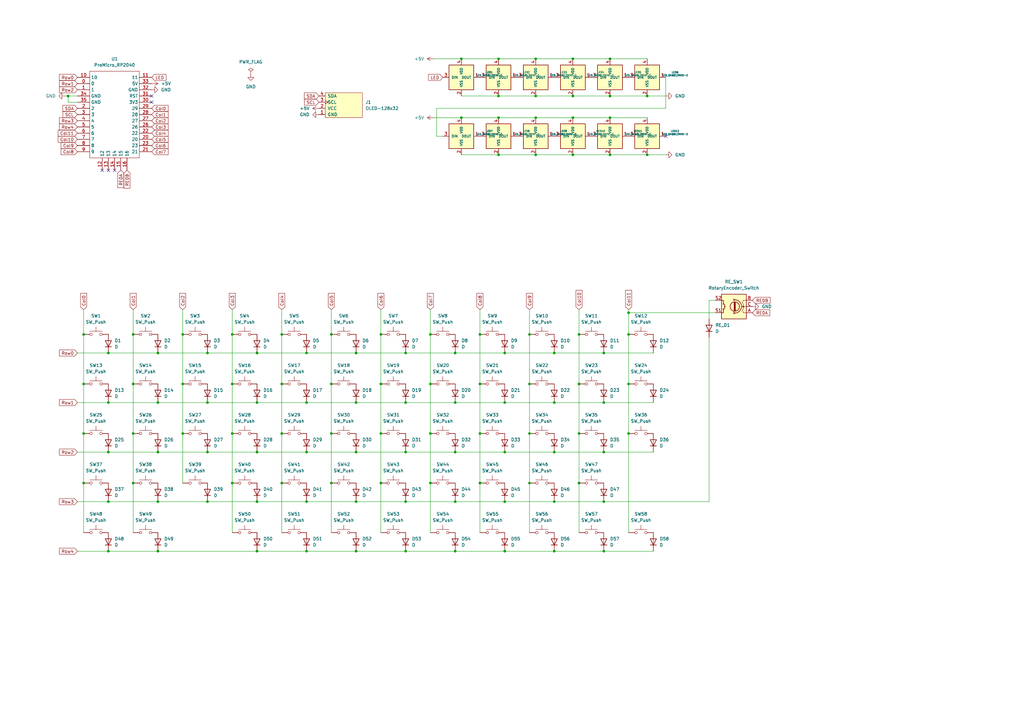
<source format=kicad_sch>
(kicad_sch (version 20230121) (generator eeschema)
  (paper "A3")
  (junction (at 176.53 177.8))
  (junction (at 227.33 185.42))
  (junction (at 257.81 157.48))
  (junction (at 95.25 177.8))
  (junction (at 54.61 137.16))
  (junction (at 250.19 48.26))
  (junction (at 207.01 205.74))
  (junction (at 257.81 137.16))
  (junction (at 115.57 137.16))
  (junction (at 257.81 128.27))
  (junction (at 85.09 205.74))
  (junction (at 44.45 226.06))
  (junction (at 115.57 157.48))
  (junction (at 217.17 157.48))
  (junction (at 166.37 226.06))
  (junction (at 227.33 226.06))
  (junction (at 146.05 226.06))
  (junction (at 95.25 198.12))
  (junction (at 74.93 177.8))
  (junction (at 95.25 137.16))
  (junction (at 156.21 137.16))
  (junction (at 227.33 205.74))
  (junction (at 265.43 63.5))
  (junction (at 115.57 198.12))
  (junction (at 234.95 63.5))
  (junction (at 219.71 48.26))
  (junction (at 217.17 177.8))
  (junction (at 64.77 226.06))
  (junction (at 146.05 185.42))
  (junction (at 176.53 198.12))
  (junction (at 166.37 165.1))
  (junction (at 207.01 165.1))
  (junction (at 247.65 144.78))
  (junction (at 219.71 63.5))
  (junction (at 105.41 185.42))
  (junction (at 196.85 177.8))
  (junction (at 186.69 185.42))
  (junction (at 135.89 137.16))
  (junction (at 217.17 198.12))
  (junction (at 125.73 205.74))
  (junction (at 156.21 157.48))
  (junction (at 105.41 165.1))
  (junction (at 54.61 198.12))
  (junction (at 234.95 39.37))
  (junction (at 166.37 144.78))
  (junction (at 34.29 177.8))
  (junction (at 27.94 39.37))
  (junction (at 247.65 226.06))
  (junction (at 207.01 144.78))
  (junction (at 247.65 165.1))
  (junction (at 125.73 144.78))
  (junction (at 234.95 48.26))
  (junction (at 237.49 157.48))
  (junction (at 186.69 205.74))
  (junction (at 146.05 165.1))
  (junction (at 250.19 24.13))
  (junction (at 234.95 24.13))
  (junction (at 204.47 24.13))
  (junction (at 186.69 226.06))
  (junction (at 196.85 137.16))
  (junction (at 250.19 63.5))
  (junction (at 207.01 185.42))
  (junction (at 95.25 157.48))
  (junction (at 189.23 48.26))
  (junction (at 204.47 48.26))
  (junction (at 176.53 157.48))
  (junction (at 176.53 137.16))
  (junction (at 227.33 144.78))
  (junction (at 44.45 185.42))
  (junction (at 237.49 177.8))
  (junction (at 64.77 165.1))
  (junction (at 74.93 137.16))
  (junction (at 156.21 198.12))
  (junction (at 105.41 144.78))
  (junction (at 237.49 137.16))
  (junction (at 34.29 157.48))
  (junction (at 146.05 205.74))
  (junction (at 135.89 177.8))
  (junction (at 166.37 185.42))
  (junction (at 105.41 205.74))
  (junction (at 135.89 198.12))
  (junction (at 217.17 137.16))
  (junction (at 237.49 198.12))
  (junction (at 44.45 205.74))
  (junction (at 196.85 157.48))
  (junction (at 166.37 205.74))
  (junction (at 186.69 144.78))
  (junction (at 247.65 205.74))
  (junction (at 227.33 165.1))
  (junction (at 257.81 177.8))
  (junction (at 85.09 165.1))
  (junction (at 135.89 157.48))
  (junction (at 125.73 226.06))
  (junction (at 250.19 39.37))
  (junction (at 125.73 185.42))
  (junction (at 146.05 144.78))
  (junction (at 196.85 198.12))
  (junction (at 219.71 24.13))
  (junction (at 44.45 144.78))
  (junction (at 115.57 177.8))
  (junction (at 64.77 144.78))
  (junction (at 219.71 39.37))
  (junction (at 44.45 165.1))
  (junction (at 204.47 63.5))
  (junction (at 85.09 144.78))
  (junction (at 64.77 205.74))
  (junction (at 64.77 185.42))
  (junction (at 54.61 157.48))
  (junction (at 156.21 177.8))
  (junction (at 125.73 165.1))
  (junction (at 204.47 39.37))
  (junction (at 105.41 226.06))
  (junction (at 189.23 24.13))
  (junction (at 207.01 226.06))
  (junction (at 265.43 39.37))
  (junction (at 186.69 165.1))
  (junction (at 54.61 177.8))
  (junction (at 74.93 157.48))
  (junction (at 85.09 185.42))
  (junction (at 34.29 137.16))
  (junction (at 34.29 198.12))
  (junction (at 247.65 185.42))
  (no_connect (at 273.05 55.88))
  (no_connect (at 62.23 39.37))
  (no_connect (at 41.91 69.85))
  (no_connect (at 62.23 41.91))
  (no_connect (at 44.45 69.85))
  (no_connect (at 46.99 69.85))
  (wire (pts (xy 105.41 226.06) (xy 125.73 226.06)))
  (wire (pts (xy 234.95 39.37) (xy 250.19 39.37)))
  (wire (pts (xy 125.73 185.42) (xy 146.05 185.42)))
  (wire (pts (xy 227.33 144.78) (xy 247.65 144.78)))
  (wire (pts (xy 156.21 177.8) (xy 156.21 198.12)))
  (wire (pts (xy 27.94 41.91) (xy 27.94 39.37)))
  (wire (pts (xy 237.49 127) (xy 237.49 137.16)))
  (wire (pts (xy 257.81 128.27) (xy 293.37 128.27)))
  (wire (pts (xy 115.57 198.12) (xy 115.57 218.44)))
  (wire (pts (xy 85.09 165.1) (xy 105.41 165.1)))
  (wire (pts (xy 196.85 127) (xy 196.85 137.16)))
  (wire (pts (xy 186.69 185.42) (xy 207.01 185.42)))
  (wire (pts (xy 247.65 226.06) (xy 267.97 226.06)))
  (wire (pts (xy 217.17 157.48) (xy 217.17 177.8)))
  (wire (pts (xy 177.8 48.26) (xy 189.23 48.26)))
  (wire (pts (xy 204.47 24.13) (xy 219.71 24.13)))
  (wire (pts (xy 196.85 198.12) (xy 196.85 218.44)))
  (wire (pts (xy 44.45 165.1) (xy 64.77 165.1)))
  (wire (pts (xy 250.19 48.26) (xy 265.43 48.26)))
  (wire (pts (xy 27.94 39.37) (xy 31.75 39.37)))
  (wire (pts (xy 273.05 31.75) (xy 273.05 44.45)))
  (wire (pts (xy 207.01 185.42) (xy 227.33 185.42)))
  (wire (pts (xy 247.65 205.74) (xy 290.83 205.74)))
  (wire (pts (xy 219.71 48.26) (xy 234.95 48.26)))
  (wire (pts (xy 207.01 205.74) (xy 227.33 205.74)))
  (wire (pts (xy 186.69 144.78) (xy 207.01 144.78)))
  (wire (pts (xy 156.21 137.16) (xy 156.21 157.48)))
  (wire (pts (xy 95.25 137.16) (xy 95.25 157.48)))
  (wire (pts (xy 64.77 185.42) (xy 85.09 185.42)))
  (wire (pts (xy 166.37 144.78) (xy 186.69 144.78)))
  (wire (pts (xy 34.29 127) (xy 34.29 137.16)))
  (wire (pts (xy 207.01 144.78) (xy 227.33 144.78)))
  (wire (pts (xy 196.85 177.8) (xy 196.85 198.12)))
  (wire (pts (xy 125.73 205.74) (xy 146.05 205.74)))
  (wire (pts (xy 31.75 144.78) (xy 44.45 144.78)))
  (wire (pts (xy 265.43 63.5) (xy 273.05 63.5)))
  (wire (pts (xy 217.17 177.8) (xy 217.17 198.12)))
  (wire (pts (xy 196.85 157.48) (xy 196.85 177.8)))
  (wire (pts (xy 290.83 123.19) (xy 290.83 130.81)))
  (wire (pts (xy 54.61 177.8) (xy 54.61 198.12)))
  (wire (pts (xy 125.73 165.1) (xy 146.05 165.1)))
  (wire (pts (xy 186.69 226.06) (xy 207.01 226.06)))
  (wire (pts (xy 74.93 157.48) (xy 74.93 177.8)))
  (wire (pts (xy 176.53 177.8) (xy 176.53 198.12)))
  (wire (pts (xy 179.07 55.88) (xy 181.61 55.88)))
  (wire (pts (xy 54.61 137.16) (xy 54.61 157.48)))
  (wire (pts (xy 189.23 63.5) (xy 204.47 63.5)))
  (wire (pts (xy 44.45 226.06) (xy 64.77 226.06)))
  (wire (pts (xy 31.75 226.06) (xy 44.45 226.06)))
  (wire (pts (xy 105.41 144.78) (xy 125.73 144.78)))
  (wire (pts (xy 64.77 205.74) (xy 85.09 205.74)))
  (wire (pts (xy 207.01 165.1) (xy 227.33 165.1)))
  (wire (pts (xy 95.25 177.8) (xy 95.25 198.12)))
  (wire (pts (xy 257.81 137.16) (xy 257.81 157.48)))
  (wire (pts (xy 196.85 137.16) (xy 196.85 157.48)))
  (wire (pts (xy 105.41 205.74) (xy 125.73 205.74)))
  (wire (pts (xy 115.57 157.48) (xy 115.57 177.8)))
  (wire (pts (xy 85.09 144.78) (xy 105.41 144.78)))
  (wire (pts (xy 34.29 177.8) (xy 34.29 198.12)))
  (wire (pts (xy 105.41 165.1) (xy 125.73 165.1)))
  (wire (pts (xy 237.49 177.8) (xy 237.49 198.12)))
  (wire (pts (xy 237.49 137.16) (xy 237.49 157.48)))
  (wire (pts (xy 26.67 39.37) (xy 27.94 39.37)))
  (wire (pts (xy 189.23 24.13) (xy 204.47 24.13)))
  (wire (pts (xy 34.29 157.48) (xy 34.29 177.8)))
  (wire (pts (xy 219.71 39.37) (xy 234.95 39.37)))
  (wire (pts (xy 34.29 137.16) (xy 34.29 157.48)))
  (wire (pts (xy 74.93 137.16) (xy 74.93 157.48)))
  (wire (pts (xy 115.57 177.8) (xy 115.57 198.12)))
  (wire (pts (xy 31.75 41.91) (xy 27.94 41.91)))
  (wire (pts (xy 85.09 185.42) (xy 105.41 185.42)))
  (wire (pts (xy 166.37 205.74) (xy 186.69 205.74)))
  (wire (pts (xy 125.73 226.06) (xy 146.05 226.06)))
  (wire (pts (xy 257.81 127) (xy 257.81 128.27)))
  (wire (pts (xy 227.33 185.42) (xy 247.65 185.42)))
  (wire (pts (xy 176.53 137.16) (xy 176.53 157.48)))
  (wire (pts (xy 219.71 63.5) (xy 234.95 63.5)))
  (wire (pts (xy 44.45 185.42) (xy 64.77 185.42)))
  (wire (pts (xy 176.53 157.48) (xy 176.53 177.8)))
  (wire (pts (xy 156.21 198.12) (xy 156.21 218.44)))
  (wire (pts (xy 135.89 198.12) (xy 135.89 218.44)))
  (wire (pts (xy 34.29 198.12) (xy 34.29 218.44)))
  (wire (pts (xy 115.57 127) (xy 115.57 137.16)))
  (wire (pts (xy 234.95 24.13) (xy 250.19 24.13)))
  (wire (pts (xy 156.21 157.48) (xy 156.21 177.8)))
  (wire (pts (xy 186.69 205.74) (xy 207.01 205.74)))
  (wire (pts (xy 146.05 226.06) (xy 166.37 226.06)))
  (wire (pts (xy 166.37 226.06) (xy 186.69 226.06)))
  (wire (pts (xy 227.33 226.06) (xy 247.65 226.06)))
  (wire (pts (xy 237.49 198.12) (xy 237.49 218.44)))
  (wire (pts (xy 257.81 128.27) (xy 257.81 137.16)))
  (wire (pts (xy 95.25 198.12) (xy 95.25 218.44)))
  (wire (pts (xy 217.17 127) (xy 217.17 137.16)))
  (wire (pts (xy 204.47 63.5) (xy 219.71 63.5)))
  (wire (pts (xy 64.77 165.1) (xy 85.09 165.1)))
  (wire (pts (xy 125.73 144.78) (xy 146.05 144.78)))
  (wire (pts (xy 189.23 39.37) (xy 204.47 39.37)))
  (wire (pts (xy 247.65 144.78) (xy 267.97 144.78)))
  (wire (pts (xy 219.71 24.13) (xy 234.95 24.13)))
  (wire (pts (xy 31.75 205.74) (xy 44.45 205.74)))
  (wire (pts (xy 273.05 44.45) (xy 179.07 44.45)))
  (wire (pts (xy 95.25 127) (xy 95.25 137.16)))
  (wire (pts (xy 54.61 127) (xy 54.61 137.16)))
  (wire (pts (xy 74.93 127) (xy 74.93 137.16)))
  (wire (pts (xy 227.33 165.1) (xy 247.65 165.1)))
  (wire (pts (xy 95.25 157.48) (xy 95.25 177.8)))
  (wire (pts (xy 64.77 226.06) (xy 105.41 226.06)))
  (wire (pts (xy 44.45 205.74) (xy 64.77 205.74)))
  (wire (pts (xy 85.09 205.74) (xy 105.41 205.74)))
  (wire (pts (xy 44.45 144.78) (xy 64.77 144.78)))
  (wire (pts (xy 227.33 205.74) (xy 247.65 205.74)))
  (wire (pts (xy 176.53 127) (xy 176.53 137.16)))
  (wire (pts (xy 146.05 205.74) (xy 166.37 205.74)))
  (wire (pts (xy 257.81 177.8) (xy 257.81 218.44)))
  (wire (pts (xy 156.21 127) (xy 156.21 137.16)))
  (wire (pts (xy 257.81 157.48) (xy 257.81 177.8)))
  (wire (pts (xy 247.65 165.1) (xy 267.97 165.1)))
  (wire (pts (xy 64.77 144.78) (xy 85.09 144.78)))
  (wire (pts (xy 177.8 24.13) (xy 189.23 24.13)))
  (wire (pts (xy 31.75 185.42) (xy 44.45 185.42)))
  (wire (pts (xy 146.05 165.1) (xy 166.37 165.1)))
  (wire (pts (xy 207.01 226.06) (xy 227.33 226.06)))
  (wire (pts (xy 250.19 63.5) (xy 265.43 63.5)))
  (wire (pts (xy 74.93 177.8) (xy 74.93 198.12)))
  (wire (pts (xy 146.05 185.42) (xy 166.37 185.42)))
  (wire (pts (xy 146.05 144.78) (xy 166.37 144.78)))
  (wire (pts (xy 135.89 127) (xy 135.89 137.16)))
  (wire (pts (xy 204.47 48.26) (xy 219.71 48.26)))
  (wire (pts (xy 204.47 39.37) (xy 219.71 39.37)))
  (wire (pts (xy 135.89 157.48) (xy 135.89 177.8)))
  (wire (pts (xy 189.23 48.26) (xy 204.47 48.26)))
  (wire (pts (xy 217.17 198.12) (xy 217.17 218.44)))
  (wire (pts (xy 54.61 157.48) (xy 54.61 177.8)))
  (wire (pts (xy 115.57 137.16) (xy 115.57 157.48)))
  (wire (pts (xy 250.19 24.13) (xy 265.43 24.13)))
  (wire (pts (xy 31.75 165.1) (xy 44.45 165.1)))
  (wire (pts (xy 186.69 165.1) (xy 207.01 165.1)))
  (wire (pts (xy 179.07 44.45) (xy 179.07 55.88)))
  (wire (pts (xy 250.19 39.37) (xy 265.43 39.37)))
  (wire (pts (xy 135.89 137.16) (xy 135.89 157.48)))
  (wire (pts (xy 217.17 137.16) (xy 217.17 157.48)))
  (wire (pts (xy 105.41 185.42) (xy 125.73 185.42)))
  (wire (pts (xy 247.65 185.42) (xy 267.97 185.42)))
  (wire (pts (xy 135.89 177.8) (xy 135.89 198.12)))
  (wire (pts (xy 237.49 157.48) (xy 237.49 177.8)))
  (wire (pts (xy 166.37 165.1) (xy 186.69 165.1)))
  (wire (pts (xy 54.61 198.12) (xy 54.61 218.44)))
  (wire (pts (xy 234.95 63.5) (xy 250.19 63.5)))
  (wire (pts (xy 293.37 123.19) (xy 290.83 123.19)))
  (wire (pts (xy 234.95 48.26) (xy 250.19 48.26)))
  (wire (pts (xy 265.43 39.37) (xy 273.05 39.37)))
  (wire (pts (xy 166.37 185.42) (xy 186.69 185.42)))
  (wire (pts (xy 290.83 138.43) (xy 290.83 205.74)))
  (wire (pts (xy 176.53 198.12) (xy 176.53 218.44)))
  (global_label "Col1" (shape input) (at 62.23 46.99 0) (property "Intersheetrefs" "${INTERSHEET_REFS}" (effects hide)))
  (global_label "Col5" (shape input) (at 62.23 57.15 0) (property "Intersheetrefs" "${INTERSHEET_REFS}" (effects hide)))
  (global_label "Row2" (shape input) (at 31.75 36.83 180) (property "Intersheetrefs" "${INTERSHEET_REFS}" (effects hide)))
  (global_label "Col2" (shape input) (at 62.23 49.53 0) (property "Intersheetrefs" "${INTERSHEET_REFS}" (effects hide)))
  (global_label "Col7" (shape input) (at 62.23 62.23 0) (property "Intersheetrefs" "${INTERSHEET_REFS}" (effects hide)))
  (global_label "LED" (shape input) (at 181.61 31.75 180) (property "Intersheetrefs" "${INTERSHEET_REFS}" (effects hide)))
  (global_label "Col2" (shape input) (at 74.93 127 90) (property "Intersheetrefs" "${INTERSHEET_REFS}" (effects hide)))
  (global_label "Col3" (shape input) (at 62.23 52.07 0) (property "Intersheetrefs" "${INTERSHEET_REFS}" (effects hide)))
  (global_label "Row3" (shape input) (at 31.75 49.53 180) (property "Intersheetrefs" "${INTERSHEET_REFS}" (effects hide)))
  (global_label "Row4" (shape input) (at 31.75 226.06 180) (property "Intersheetrefs" "${INTERSHEET_REFS}" (effects hide)))
  (global_label "RE0A" (shape input) (at 49.53 69.85 270) (property "Intersheetrefs" "${INTERSHEET_REFS}" (effects hide)))
  (global_label "Col3" (shape input) (at 95.25 127 90) (property "Intersheetrefs" "${INTERSHEET_REFS}" (effects hide)))
  (global_label "Col10" (shape input) (at 237.49 127 90) (property "Intersheetrefs" "${INTERSHEET_REFS}" (effects hide)))
  (global_label "Col0" (shape input) (at 34.29 127 90) (property "Intersheetrefs" "${INTERSHEET_REFS}" (effects hide)))
  (global_label "SCL" (shape input) (at 130.81 41.91 180) (property "Intersheetrefs" "${INTERSHEET_REFS}" (effects hide)))
  (global_label "Row1" (shape input) (at 31.75 165.1 180) (property "Intersheetrefs" "${INTERSHEET_REFS}" (effects hide)))
  (global_label "Row3" (shape input) (at 31.75 205.74 180) (property "Intersheetrefs" "${INTERSHEET_REFS}" (effects hide)))
  (global_label "LED" (shape input) (at 62.23 31.75 0) (property "Intersheetrefs" "${INTERSHEET_REFS}" (effects hide)))
  (global_label "Col4" (shape input) (at 62.23 54.61 0) (property "Intersheetrefs" "${INTERSHEET_REFS}" (effects hide)))
  (global_label "Col10" (shape input) (at 31.75 57.15 180) (property "Intersheetrefs" "${INTERSHEET_REFS}" (effects hide)))
  (global_label "Col4" (shape input) (at 115.57 127 90) (property "Intersheetrefs" "${INTERSHEET_REFS}" (effects hide)))
  (global_label "RE0B" (shape input) (at 308.61 123.19 0) (property "Intersheetrefs" "${INTERSHEET_REFS}" (effects hide)))
  (global_label "SCL" (shape input) (at 31.75 46.99 180) (property "Intersheetrefs" "${INTERSHEET_REFS}" (effects hide)))
  (global_label "Col9" (shape input) (at 31.75 59.69 180) (property "Intersheetrefs" "${INTERSHEET_REFS}" (effects hide)))
  (global_label "RE0A" (shape input) (at 308.61 128.27 0) (property "Intersheetrefs" "${INTERSHEET_REFS}" (effects hide)))
  (global_label "Col8" (shape input) (at 196.85 127 90) (property "Intersheetrefs" "${INTERSHEET_REFS}" (effects hide)))
  (global_label "Col11" (shape input) (at 257.81 127 90) (property "Intersheetrefs" "${INTERSHEET_REFS}" (effects hide)))
  (global_label "Col5" (shape input) (at 135.89 127 90) (property "Intersheetrefs" "${INTERSHEET_REFS}" (effects hide)))
  (global_label "SDA" (shape input) (at 31.75 44.45 180) (property "Intersheetrefs" "${INTERSHEET_REFS}" (effects hide)))
  (global_label "Col7" (shape input) (at 176.53 127 90) (property "Intersheetrefs" "${INTERSHEET_REFS}" (effects hide)))
  (global_label "RE0B" (shape input) (at 52.07 69.85 270) (property "Intersheetrefs" "${INTERSHEET_REFS}" (effects hide)))
  (global_label "Row1" (shape input) (at 31.75 34.29 180) (property "Intersheetrefs" "${INTERSHEET_REFS}" (effects hide)))
  (global_label "Col6" (shape input) (at 62.23 59.69 0) (property "Intersheetrefs" "${INTERSHEET_REFS}" (effects hide)))
  (global_label "Col11" (shape input) (at 31.75 54.61 180) (property "Intersheetrefs" "${INTERSHEET_REFS}" (effects hide)))
  (global_label "Col0" (shape input) (at 62.23 44.45 0) (property "Intersheetrefs" "${INTERSHEET_REFS}" (effects hide)))
  (global_label "Col8" (shape input) (at 31.75 62.23 180) (property "Intersheetrefs" "${INTERSHEET_REFS}" (effects hide)))
  (global_label "Row2" (shape input) (at 31.75 185.42 180) (property "Intersheetrefs" "${INTERSHEET_REFS}" (effects hide)))
  (global_label "Row0" (shape input) (at 31.75 144.78 180) (property "Intersheetrefs" "${INTERSHEET_REFS}" (effects hide)))
  (global_label "Col6" (shape input) (at 156.21 127 90) (property "Intersheetrefs" "${INTERSHEET_REFS}" (effects hide)))
  (global_label "Row4" (shape input) (at 31.75 52.07 180) (property "Intersheetrefs" "${INTERSHEET_REFS}" (effects hide)))
  (global_label "SDA" (shape input) (at 130.81 39.37 180) (property "Intersheetrefs" "${INTERSHEET_REFS}" (effects hide)))
  (global_label "Col9" (shape input) (at 217.17 127 90) (property "Intersheetrefs" "${INTERSHEET_REFS}" (effects hide)))
  (global_label "Col1" (shape input) (at 54.61 127 90) (property "Intersheetrefs" "${INTERSHEET_REFS}" (effects hide)))
  (global_label "Row0" (shape input) (at 31.75 31.75 180) (property "Intersheetrefs" "${INTERSHEET_REFS}" (effects hide)))
  (symbol (lib_id "Device:D") (at 146.05 140.97 90) (unit 1)
    (property "Reference" "D6" (at 148.59 139.7 90) (effects (justify right)))
    (property "Value" "D" (at 148.59 142.24 90) (effects (justify right)))
    (property "Footprint" "kbd_Parts:Diode_TH_SMD" (effects hide))
    (property "Sim.Device" "D" (effects hide))
    (property "Sim.Pins" "1=K 2=A" (effects hide))
  )
  (symbol (lib_id "Salicylic_kbd:LED_SK6812MINI-E") (at 234.95 55.88 0) (unit 1)
    (property "Reference" "LED10" (at 246.38 53.7592 0) (effects (font (size 0.7366 0.7366))))
    (property "Value" "LED_SK6812MINI-E" (at 246.38 55.0292 0) (effects (font (size 0.7366 0.7366))))
    (property "Footprint" "kbd_Parts:LED_SK6812MINI-E_BL" (effects hide))
  )
  (symbol (lib_id "Device:D") (at 146.05 201.93 90) (unit 1)
    (property "Reference" "D42" (at 148.59 200.66 90) (effects (justify right)))
    (property "Value" "D" (at 148.59 203.2 90) (effects (justify right)))
    (property "Footprint" "kbd_Parts:Diode_TH_SMD" (effects hide))
    (property "Sim.Device" "D" (effects hide))
    (property "Sim.Pins" "1=K 2=A" (effects hide))
  )
  (symbol (lib_id "Device:D") (at 166.37 181.61 90) (unit 1)
    (property "Reference" "D31" (at 168.91 180.34 90) (effects (justify right)))
    (property "Value" "D" (at 168.91 182.88 90) (effects (justify right)))
    (property "Footprint" "kbd_Parts:Diode_TH_SMD" (effects hide))
    (property "Sim.Device" "D" (effects hide))
    (property "Sim.Pins" "1=K 2=A" (effects hide))
  )
  (symbol (lib_id "Device:D") (at 267.97 222.25 90) (unit 1)
    (property "Reference" "D58" (at 270.51 220.98 90) (effects (justify right)))
    (property "Value" "D" (at 270.51 223.52 90) (effects (justify right)))
    (property "Footprint" "kbd_Parts:Diode_TH_SMD" (effects hide))
    (property "Sim.Device" "D" (effects hide))
    (property "Sim.Pins" "1=K 2=A" (effects hide))
  )
  (symbol (lib_id "Device:D") (at 125.73 201.93 90) (unit 1)
    (property "Reference" "D41" (at 128.27 200.66 90) (effects (justify right)))
    (property "Value" "D" (at 128.27 203.2 90) (effects (justify right)))
    (property "Footprint" "kbd_Parts:Diode_TH_SMD" (effects hide))
    (property "Sim.Device" "D" (effects hide))
    (property "Sim.Pins" "1=K 2=A" (effects hide))
  )
  (symbol (lib_id "Salicylic_kbd:LED_SK6812MINI-E") (at 204.47 55.88 0) (unit 1)
    (property "Reference" "LED8" (at 215.9 53.7592 0) (effects (font (size 0.7366 0.7366))))
    (property "Value" "LED_SK6812MINI-E" (at 215.9 55.0292 0) (effects (font (size 0.7366 0.7366))))
    (property "Footprint" "kbd_Parts:LED_SK6812MINI-E_BL" (effects hide))
  )
  (symbol (lib_id "Device:D") (at 290.83 134.62 90) (unit 1)
    (property "Reference" "RE_D1" (at 293.37 133.35 90) (effects (justify right)))
    (property "Value" "D" (at 293.37 135.89 90) (effects (justify right)))
    (property "Footprint" "kbd_Parts:Diode_TH_SMD" (effects hide))
    (property "Sim.Device" "D" (effects hide))
    (property "Sim.Pins" "1=K 2=A" (effects hide))
  )
  (symbol (lib_id "Switch:SW_Push") (at 242.57 177.8 0) (unit 1)
    (property "Reference" "SW35" (at 242.57 170.18 0))
    (property "Value" "SW_Push" (at 242.57 172.72 0))
    (property "Footprint" "kbd_SW:CherryMX_Hotswap_1u" (effects hide))
  )
  (symbol (lib_id "Switch:SW_Push") (at 80.01 157.48 0) (unit 1)
    (property "Reference" "SW15" (at 80.01 149.86 0))
    (property "Value" "SW_Push" (at 80.01 152.4 0))
    (property "Footprint" "kbd_SW:CherryMX_Hotswap_1u" (effects hide))
  )
  (symbol (lib_id "Device:D") (at 64.77 181.61 90) (unit 1)
    (property "Reference" "D26" (at 67.31 180.34 90) (effects (justify right)))
    (property "Value" "D" (at 67.31 182.88 90) (effects (justify right)))
    (property "Footprint" "kbd_Parts:Diode_TH_SMD" (effects hide))
    (property "Sim.Device" "D" (effects hide))
    (property "Sim.Pins" "1=K 2=A" (effects hide))
  )
  (symbol (lib_id "Device:D") (at 105.41 222.25 90) (unit 1)
    (property "Reference" "D50" (at 107.95 220.98 90) (effects (justify right)))
    (property "Value" "D" (at 107.95 223.52 90) (effects (justify right)))
    (property "Footprint" "kbd_Parts:Diode_TH_SMD" (effects hide))
    (property "Sim.Device" "D" (effects hide))
    (property "Sim.Pins" "1=K 2=A" (effects hide))
  )
  (symbol (lib_id "Device:D") (at 166.37 201.93 90) (unit 1)
    (property "Reference" "D43" (at 168.91 200.66 90) (effects (justify right)))
    (property "Value" "D" (at 168.91 203.2 90) (effects (justify right)))
    (property "Footprint" "kbd_Parts:Diode_TH_SMD" (effects hide))
    (property "Sim.Device" "D" (effects hide))
    (property "Sim.Pins" "1=K 2=A" (effects hide))
  )
  (symbol (lib_id "Device:D") (at 85.09 201.93 90) (unit 1)
    (property "Reference" "D39" (at 87.63 200.66 90) (effects (justify right)))
    (property "Value" "D" (at 87.63 203.2 90) (effects (justify right)))
    (property "Footprint" "kbd_Parts:Diode_TH_SMD" (effects hide))
    (property "Sim.Device" "D" (effects hide))
    (property "Sim.Pins" "1=K 2=A" (effects hide))
  )
  (symbol (lib_id "Switch:SW_Push") (at 242.57 137.16 0) (unit 1)
    (property "Reference" "SW11" (at 242.57 129.54 0))
    (property "Value" "SW_Push" (at 242.57 132.08 0))
    (property "Footprint" "kbd_SW:CherryMX_Hotswap_1u" (effects hide))
  )
  (symbol (lib_id "Switch:SW_Push") (at 181.61 218.44 0) (unit 1)
    (property "Reference" "SW54" (at 181.61 210.82 0))
    (property "Value" "SW_Push" (at 181.61 213.36 0))
    (property "Footprint" "kbd_SW:CherryMX_Hotswap_1u" (effects hide))
  )
  (symbol (lib_id "Device:D") (at 64.77 161.29 90) (unit 1)
    (property "Reference" "D14" (at 67.31 160.02 90) (effects (justify right)))
    (property "Value" "D" (at 67.31 162.56 90) (effects (justify right)))
    (property "Footprint" "kbd_Parts:Diode_TH_SMD" (effects hide))
    (property "Sim.Device" "D" (effects hide))
    (property "Sim.Pins" "1=K 2=A" (effects hide))
  )
  (symbol (lib_id "power:+5V") (at 177.8 24.13 90) (unit 1)
    (property "Reference" "#PWR01" (effects hide))
    (property "Value" "+5V" (at 173.99 24.13 90) (effects (justify left)))
  )
  (symbol (lib_id "Salicylic_kbd:LED_SK6812MINI-E") (at 265.43 31.75 0) (unit 1)
    (property "Reference" "LED6" (at 276.86 29.6292 0) (effects (font (size 0.7366 0.7366))))
    (property "Value" "LED_SK6812MINI-E" (at 276.86 30.8992 0) (effects (font (size 0.7366 0.7366))))
    (property "Footprint" "kbd_Parts:LED_SK6812MINI-E_BL" (effects hide))
  )
  (symbol (lib_id "Device:RotaryEncoder_Switch") (at 300.99 125.73 180) (unit 1)
    (property "Reference" "RE_SW1" (at 300.99 115.57 0))
    (property "Value" "RotaryEncoder_Switch" (at 300.99 118.11 0))
    (property "Footprint" "BrownSugar_KBD:RotaryEncoder_EVQWGD001" (effects hide))
  )
  (symbol (lib_id "Switch:SW_Push") (at 59.69 218.44 0) (unit 1)
    (property "Reference" "SW49" (at 59.69 210.82 0))
    (property "Value" "SW_Push" (at 59.69 213.36 0))
    (property "Footprint" "kbd_SW:CherryMX_Hotswap_1u" (effects hide))
  )
  (symbol (lib_id "Device:D") (at 207.01 201.93 90) (unit 1)
    (property "Reference" "D45" (at 209.55 200.66 90) (effects (justify right)))
    (property "Value" "D" (at 209.55 203.2 90) (effects (justify right)))
    (property "Footprint" "kbd_Parts:Diode_TH_SMD" (effects hide))
    (property "Sim.Device" "D" (effects hide))
    (property "Sim.Pins" "1=K 2=A" (effects hide))
  )
  (symbol (lib_id "Device:D") (at 207.01 181.61 90) (unit 1)
    (property "Reference" "D33" (at 209.55 180.34 90) (effects (justify right)))
    (property "Value" "D" (at 209.55 182.88 90) (effects (justify right)))
    (property "Footprint" "kbd_Parts:Diode_TH_SMD" (effects hide))
    (property "Sim.Device" "D" (effects hide))
    (property "Sim.Pins" "1=K 2=A" (effects hide))
  )
  (symbol (lib_id "power:GND") (at 130.81 46.99 270) (unit 1)
    (property "Reference" "#PWR08" (effects hide))
    (property "Value" "GND" (at 127 46.99 90) (effects (justify right)))
  )
  (symbol (lib_id "Switch:SW_Push") (at 140.97 137.16 0) (unit 1)
    (property "Reference" "SW6" (at 140.97 129.54 0))
    (property "Value" "SW_Push" (at 140.97 132.08 0))
    (property "Footprint" "kbd_SW:CherryMX_Hotswap_1u" (effects hide))
  )
  (symbol (lib_id "Switch:SW_Push") (at 100.33 198.12 0) (unit 1)
    (property "Reference" "SW40" (at 100.33 190.5 0))
    (property "Value" "SW_Push" (at 100.33 193.04 0))
    (property "Footprint" "kbd_SW:CherryMX_Hotswap_1u" (effects hide))
  )
  (symbol (lib_id "power:GND") (at 26.67 39.37 270) (unit 1)
    (property "Reference" "#PWR05" (effects hide))
    (property "Value" "GND" (at 22.86 39.37 90) (effects (justify right)))
  )
  (symbol (lib_id "Switch:SW_Push") (at 262.89 137.16 0) (unit 1)
    (property "Reference" "SW12" (at 262.89 129.54 0))
    (property "Value" "SW_Push" (at 262.89 132.08 0))
    (property "Footprint" "kbd_SW:CherryMX_Hotswap_1u" (effects hide))
  )
  (symbol (lib_id "Switch:SW_Push") (at 59.69 177.8 0) (unit 1)
    (property "Reference" "SW26" (at 59.69 170.18 0))
    (property "Value" "SW_Push" (at 59.69 172.72 0))
    (property "Footprint" "kbd_SW:CherryMX_Hotswap_1u" (effects hide))
  )
  (symbol (lib_id "Switch:SW_Push") (at 222.25 157.48 0) (unit 1)
    (property "Reference" "SW22" (at 222.25 149.86 0))
    (property "Value" "SW_Push" (at 222.25 152.4 0))
    (property "Footprint" "kbd_SW:CherryMX_Hotswap_1u" (effects hide))
  )
  (symbol (lib_id "Device:D") (at 227.33 140.97 90) (unit 1)
    (property "Reference" "D10" (at 229.87 139.7 90) (effects (justify right)))
    (property "Value" "D" (at 229.87 142.24 90) (effects (justify right)))
    (property "Footprint" "kbd_Parts:Diode_TH_SMD" (effects hide))
    (property "Sim.Device" "D" (effects hide))
    (property "Sim.Pins" "1=K 2=A" (effects hide))
  )
  (symbol (lib_id "Salicylic_kbd:LED_SK6812MINI-E") (at 189.23 55.88 0) (unit 1)
    (property "Reference" "LED7" (at 200.66 53.7592 0) (effects (font (size 0.7366 0.7366))))
    (property "Value" "LED_SK6812MINI-E" (at 200.66 55.0292 0) (effects (font (size 0.7366 0.7366))))
    (property "Footprint" "kbd_Parts:LED_SK6812MINI-E_BL" (effects hide))
  )
  (symbol (lib_id "Device:D") (at 85.09 161.29 90) (unit 1)
    (property "Reference" "D15" (at 87.63 160.02 90) (effects (justify right)))
    (property "Value" "D" (at 87.63 162.56 90) (effects (justify right)))
    (property "Footprint" "kbd_Parts:Diode_TH_SMD" (effects hide))
    (property "Sim.Device" "D" (effects hide))
    (property "Sim.Pins" "1=K 2=A" (effects hide))
  )
  (symbol (lib_id "Switch:SW_Push") (at 242.57 198.12 0) (unit 1)
    (property "Reference" "SW47" (at 242.57 190.5 0))
    (property "Value" "SW_Push" (at 242.57 193.04 0))
    (property "Footprint" "kbd_SW:CherryMX_Hotswap_1u" (effects hide))
  )
  (symbol (lib_id "Switch:SW_Push") (at 140.97 177.8 0) (unit 1)
    (property "Reference" "SW30" (at 140.97 170.18 0))
    (property "Value" "SW_Push" (at 140.97 172.72 0))
    (property "Footprint" "kbd_SW:CherryMX_Hotswap_1u" (effects hide))
  )
  (symbol (lib_id "Switch:SW_Push") (at 161.29 177.8 0) (unit 1)
    (property "Reference" "SW31" (at 161.29 170.18 0))
    (property "Value" "SW_Push" (at 161.29 172.72 0))
    (property "Footprint" "kbd_SW:CherryMX_Hotswap_1u" (effects hide))
  )
  (symbol (lib_id "Switch:SW_Push") (at 120.65 157.48 0) (unit 1)
    (property "Reference" "SW17" (at 120.65 149.86 0))
    (property "Value" "SW_Push" (at 120.65 152.4 0))
    (property "Footprint" "kbd_SW:CherryMX_Hotswap_1u" (effects hide))
  )
  (symbol (lib_id "power:GND") (at 308.61 125.73 90) (unit 1)
    (property "Reference" "#PWR011" (effects hide))
    (property "Value" "GND" (at 312.42 125.73 90) (effects (justify right)))
  )
  (symbol (lib_id "Salicylic_kbd:LED_SK6812MINI-E") (at 219.71 31.75 0) (unit 1)
    (property "Reference" "LED3" (at 231.14 29.6292 0) (effects (font (size 0.7366 0.7366))))
    (property "Value" "LED_SK6812MINI-E" (at 231.14 30.8992 0) (effects (font (size 0.7366 0.7366))))
    (property "Footprint" "kbd_Parts:LED_SK6812MINI-E_BL" (effects hide))
  )
  (symbol (lib_id "Switch:SW_Push") (at 181.61 157.48 0) (unit 1)
    (property "Reference" "SW20" (at 181.61 149.86 0))
    (property "Value" "SW_Push" (at 181.61 152.4 0))
    (property "Footprint" "kbd_SW:CherryMX_Hotswap_1u" (effects hide))
  )
  (symbol (lib_id "Device:D") (at 207.01 140.97 90) (unit 1)
    (property "Reference" "D9" (at 209.55 139.7 90) (effects (justify right)))
    (property "Value" "D" (at 209.55 142.24 90) (effects (justify right)))
    (property "Footprint" "kbd_Parts:Diode_TH_SMD" (effects hide))
    (property "Sim.Device" "D" (effects hide))
    (property "Sim.Pins" "1=K 2=A" (effects hide))
  )
  (symbol (lib_id "Switch:SW_Push") (at 39.37 198.12 0) (unit 1)
    (property "Reference" "SW37" (at 39.37 190.5 0))
    (property "Value" "SW_Push" (at 39.37 193.04 0))
    (property "Footprint" "kbd_SW:CherryMX_Hotswap_1u" (effects hide))
  )
  (symbol (lib_id "Device:D") (at 125.73 161.29 90) (unit 1)
    (property "Reference" "D17" (at 128.27 160.02 90) (effects (justify right)))
    (property "Value" "D" (at 128.27 162.56 90) (effects (justify right)))
    (property "Footprint" "kbd_Parts:Diode_TH_SMD" (effects hide))
    (property "Sim.Device" "D" (effects hide))
    (property "Sim.Pins" "1=K 2=A" (effects hide))
  )
  (symbol (lib_id "Switch:SW_Push") (at 201.93 198.12 0) (unit 1)
    (property "Reference" "SW45" (at 201.93 190.5 0))
    (property "Value" "SW_Push" (at 201.93 193.04 0))
    (property "Footprint" "kbd_SW:CherryMX_Hotswap_1u" (effects hide))
  )
  (symbol (lib_id "Device:D") (at 166.37 161.29 90) (unit 1)
    (property "Reference" "D19" (at 168.91 160.02 90) (effects (justify right)))
    (property "Value" "D" (at 168.91 162.56 90) (effects (justify right)))
    (property "Footprint" "kbd_Parts:Diode_TH_SMD" (effects hide))
    (property "Sim.Device" "D" (effects hide))
    (property "Sim.Pins" "1=K 2=A" (effects hide))
  )
  (symbol (lib_id "Switch:SW_Push") (at 161.29 137.16 0) (unit 1)
    (property "Reference" "SW7" (at 161.29 129.54 0))
    (property "Value" "SW_Push" (at 161.29 132.08 0))
    (property "Footprint" "kbd_SW:CherryMX_Hotswap_1u" (effects hide))
  )
  (symbol (lib_id "Device:D") (at 186.69 181.61 90) (unit 1)
    (property "Reference" "D32" (at 189.23 180.34 90) (effects (justify right)))
    (property "Value" "D" (at 189.23 182.88 90) (effects (justify right)))
    (property "Footprint" "kbd_Parts:Diode_TH_SMD" (effects hide))
    (property "Sim.Device" "D" (effects hide))
    (property "Sim.Pins" "1=K 2=A" (effects hide))
  )
  (symbol (lib_id "Salicylic_kbd:LED_SK6812MINI-E") (at 250.19 31.75 0) (unit 1)
    (property "Reference" "LED5" (at 261.62 29.6292 0) (effects (font (size 0.7366 0.7366))))
    (property "Value" "LED_SK6812MINI-E" (at 261.62 30.8992 0) (effects (font (size 0.7366 0.7366))))
    (property "Footprint" "kbd_Parts:LED_SK6812MINI-E_BL" (effects hide))
  )
  (symbol (lib_id "Device:D") (at 267.97 161.29 90) (unit 1)
    (property "Reference" "D24" (at 270.51 160.02 90) (effects (justify right)))
    (property "Value" "D" (at 270.51 162.56 90) (effects (justify right)))
    (property "Footprint" "kbd_Parts:Diode_TH_SMD" (effects hide))
    (property "Sim.Device" "D" (effects hide))
    (property "Sim.Pins" "1=K 2=A" (effects hide))
  )
  (symbol (lib_id "Device:D") (at 166.37 140.97 90) (unit 1)
    (property "Reference" "D7" (at 168.91 139.7 90) (effects (justify right)))
    (property "Value" "D" (at 168.91 142.24 90) (effects (justify right)))
    (property "Footprint" "kbd_Parts:Diode_TH_SMD" (effects hide))
    (property "Sim.Device" "D" (effects hide))
    (property "Sim.Pins" "1=K 2=A" (effects hide))
  )
  (symbol (lib_id "Device:D") (at 227.33 161.29 90) (unit 1)
    (property "Reference" "D22" (at 229.87 160.02 90) (effects (justify right)))
    (property "Value" "D" (at 229.87 162.56 90) (effects (justify right)))
    (property "Footprint" "kbd_Parts:Diode_TH_SMD" (effects hide))
    (property "Sim.Device" "D" (effects hide))
    (property "Sim.Pins" "1=K 2=A" (effects hide))
  )
  (symbol (lib_id "Switch:SW_Push") (at 222.25 198.12 0) (unit 1)
    (property "Reference" "SW46" (at 222.25 190.5 0))
    (property "Value" "SW_Push" (at 222.25 193.04 0))
    (property "Footprint" "kbd_SW:CherryMX_Hotswap_1u" (effects hide))
  )
  (symbol (lib_id "Switch:SW_Push") (at 161.29 218.44 0) (unit 1)
    (property "Reference" "SW53" (at 161.29 210.82 0))
    (property "Value" "SW_Push" (at 161.29 213.36 0))
    (property "Footprint" "kbd_SW:CherryMX_Hotswap_1u" (effects hide))
  )
  (symbol (lib_id "Device:D") (at 64.77 140.97 90) (unit 1)
    (property "Reference" "D2" (at 67.31 139.7 90) (effects (justify right)))
    (property "Value" "D" (at 67.31 142.24 90) (effects (justify right)))
    (property "Footprint" "kbd_Parts:Diode_TH_SMD" (effects hide))
    (property "Sim.Device" "D" (effects hide))
    (property "Sim.Pins" "1=K 2=A" (effects hide))
  )
  (symbol (lib_id "Device:D") (at 186.69 140.97 90) (unit 1)
    (property "Reference" "D8" (at 189.23 139.7 90) (effects (justify right)))
    (property "Value" "D" (at 189.23 142.24 90) (effects (justify right)))
    (property "Footprint" "kbd_Parts:Diode_TH_SMD" (effects hide))
    (property "Sim.Device" "D" (effects hide))
    (property "Sim.Pins" "1=K 2=A" (effects hide))
  )
  (symbol (lib_id "Switch:SW_Push") (at 140.97 218.44 0) (unit 1)
    (property "Reference" "SW52" (at 140.97 210.82 0))
    (property "Value" "SW_Push" (at 140.97 213.36 0))
    (property "Footprint" "kbd_SW:CherryMX_Hotswap_1u" (effects hide))
  )
  (symbol (lib_id "Salicylic_kbd:LED_SK6812MINI-E") (at 219.71 55.88 0) (unit 1)
    (property "Reference" "LED9" (at 231.14 53.7592 0) (effects (font (size 0.7366 0.7366))))
    (property "Value" "LED_SK6812MINI-E" (at 231.14 55.0292 0) (effects (font (size 0.7366 0.7366))))
    (property "Footprint" "kbd_Parts:LED_SK6812MINI-E_BL" (effects hide))
  )
  (symbol (lib_id "Device:D") (at 44.45 161.29 90) (unit 1)
    (property "Reference" "D13" (at 46.99 160.02 90) (effects (justify right)))
    (property "Value" "D" (at 46.99 162.56 90) (effects (justify right)))
    (property "Footprint" "kbd_Parts:Diode_TH_SMD" (effects hide))
    (property "Sim.Device" "D" (effects hide))
    (property "Sim.Pins" "1=K 2=A" (effects hide))
  )
  (symbol (lib_id "Switch:SW_Push") (at 262.89 177.8 0) (unit 1)
    (property "Reference" "SW36" (at 262.89 170.18 0))
    (property "Value" "SW_Push" (at 262.89 172.72 0))
    (property "Footprint" "kbd_SW:CherryMX_Hotswap_1u" (effects hide))
  )
  (symbol (lib_id "Device:D") (at 105.41 181.61 90) (unit 1)
    (property "Reference" "D28" (at 107.95 180.34 90) (effects (justify right)))
    (property "Value" "D" (at 107.95 182.88 90) (effects (justify right)))
    (property "Footprint" "kbd_Parts:Diode_TH_SMD" (effects hide))
    (property "Sim.Device" "D" (effects hide))
    (property "Sim.Pins" "1=K 2=A" (effects hide))
  )
  (symbol (lib_id "Salicylic_kbd:LED_SK6812MINI-E") (at 189.23 31.75 0) (unit 1)
    (property "Reference" "LED1" (at 200.66 29.6292 0) (effects (font (size 0.7366 0.7366))))
    (property "Value" "LED_SK6812MINI-E" (at 200.66 30.8992 0) (effects (font (size 0.7366 0.7366))))
    (property "Footprint" "kbd_Parts:LED_SK6812MINI-E_BL" (effects hide))
  )
  (symbol (lib_id "Switch:SW_Push") (at 100.33 218.44 0) (unit 1)
    (property "Reference" "SW50" (at 100.33 210.82 0))
    (property "Value" "SW_Push" (at 100.33 213.36 0))
    (property "Footprint" "kbd_SW:CherryMX_Hotswap_1u" (effects hide))
  )
  (symbol (lib_id "Device:D") (at 186.69 201.93 90) (unit 1)
    (property "Reference" "D44" (at 189.23 200.66 90) (effects (justify right)))
    (property "Value" "D" (at 189.23 203.2 90) (effects (justify right)))
    (property "Footprint" "kbd_Parts:Diode_TH_SMD" (effects hide))
    (property "Sim.Device" "D" (effects hide))
    (property "Sim.Pins" "1=K 2=A" (effects hide))
  )
  (symbol (lib_id "Device:D") (at 85.09 140.97 90) (unit 1)
    (property "Reference" "D3" (at 87.63 139.7 90) (effects (justify right)))
    (property "Value" "D" (at 87.63 142.24 90) (effects (justify right)))
    (property "Footprint" "kbd_Parts:Diode_TH_SMD" (effects hide))
    (property "Sim.Device" "D" (effects hide))
    (property "Sim.Pins" "1=K 2=A" (effects hide))
  )
  (symbol (lib_id "Device:D") (at 247.65 181.61 90) (unit 1)
    (property "Reference" "D35" (at 250.19 180.34 90) (effects (justify right)))
    (property "Value" "D" (at 250.19 182.88 90) (effects (justify right)))
    (property "Footprint" "kbd_Parts:Diode_TH_SMD" (effects hide))
    (property "Sim.Device" "D" (effects hide))
    (property "Sim.Pins" "1=K 2=A" (effects hide))
  )
  (symbol (lib_id "Device:D") (at 64.77 201.93 90) (unit 1)
    (property "Reference" "D38" (at 67.31 200.66 90) (effects (justify right)))
    (property "Value" "D" (at 67.31 203.2 90) (effects (justify right)))
    (property "Footprint" "kbd_Parts:Diode_TH_SMD" (effects hide))
    (property "Sim.Device" "D" (effects hide))
    (property "Sim.Pins" "1=K 2=A" (effects hide))
  )
  (symbol (lib_id "Device:D") (at 227.33 201.93 90) (unit 1)
    (property "Reference" "D46" (at 229.87 200.66 90) (effects (justify right)))
    (property "Value" "D" (at 229.87 203.2 90) (effects (justify right)))
    (property "Footprint" "kbd_Parts:Diode_TH_SMD" (effects hide))
    (property "Sim.Device" "D" (effects hide))
    (property "Sim.Pins" "1=K 2=A" (effects hide))
  )
  (symbol (lib_id "Switch:SW_Push") (at 201.93 137.16 0) (unit 1)
    (property "Reference" "SW9" (at 201.93 129.54 0))
    (property "Value" "SW_Push" (at 201.93 132.08 0))
    (property "Footprint" "kbd_SW:CherryMX_Hotswap_1u" (effects hide))
  )
  (symbol (lib_id "Device:D") (at 105.41 201.93 90) (unit 1)
    (property "Reference" "D40" (at 107.95 200.66 90) (effects (justify right)))
    (property "Value" "D" (at 107.95 203.2 90) (effects (justify right)))
    (property "Footprint" "kbd_Parts:Diode_TH_SMD" (effects hide))
    (property "Sim.Device" "D" (effects hide))
    (property "Sim.Pins" "1=K 2=A" (effects hide))
  )
  (symbol (lib_id "Switch:SW_Push") (at 242.57 157.48 0) (unit 1)
    (property "Reference" "SW23" (at 242.57 149.86 0))
    (property "Value" "SW_Push" (at 242.57 152.4 0))
    (property "Footprint" "kbd_SW:CherryMX_Hotswap_1u" (effects hide))
  )
  (symbol (lib_id "Device:D") (at 186.69 161.29 90) (unit 1)
    (property "Reference" "D20" (at 189.23 160.02 90) (effects (justify right)))
    (property "Value" "D" (at 189.23 162.56 90) (effects (justify right)))
    (property "Footprint" "kbd_Parts:Diode_TH_SMD" (effects hide))
    (property "Sim.Device" "D" (effects hide))
    (property "Sim.Pins" "1=K 2=A" (effects hide))
  )
  (symbol (lib_id "Switch:SW_Push") (at 100.33 137.16 0) (unit 1)
    (property "Reference" "SW4" (at 100.33 129.54 0))
    (property "Value" "SW_Push" (at 100.33 132.08 0))
    (property "Footprint" "kbd_SW:CherryMX_Hotswap_1u" (effects hide))
  )
  (symbol (lib_id "Switch:SW_Push") (at 120.65 177.8 0) (unit 1)
    (property "Reference" "SW29" (at 120.65 170.18 0))
    (property "Value" "SW_Push" (at 120.65 172.72 0))
    (property "Footprint" "kbd_SW:CherryMX_Hotswap_1u" (effects hide))
  )
  (symbol (lib_id "Salicylic_kbd:LED_SK6812MINI-E") (at 234.95 31.75 0) (unit 1)
    (property "Reference" "LED4" (at 246.38 29.6292 0) (effects (font (size 0.7366 0.7366))))
    (property "Value" "LED_SK6812MINI-E" (at 246.38 30.8992 0) (effects (font (size 0.7366 0.7366))))
    (property "Footprint" "kbd_Parts:LED_SK6812MINI-E_BL" (effects hide))
  )
  (symbol (lib_id "Device:D") (at 44.45 140.97 90) (unit 1)
    (property "Reference" "D1" (at 46.99 139.7 90) (effects (justify right)))
    (property "Value" "D" (at 46.99 142.24 90) (effects (justify right)))
    (property "Footprint" "kbd_Parts:Diode_TH_SMD" (effects hide))
    (property "Sim.Device" "D" (effects hide))
    (property "Sim.Pins" "1=K 2=A" (effects hide))
  )
  (symbol (lib_id "Switch:SW_Push") (at 222.25 218.44 0) (unit 1)
    (property "Reference" "SW56" (at 222.25 210.82 0))
    (property "Value" "SW_Push" (at 222.25 213.36 0))
    (property "Footprint" "kbd_SW:CherryMX_Hotswap_1u" (effects hide))
  )
  (symbol (lib_id "Device:D") (at 227.33 181.61 90) (unit 1)
    (property "Reference" "D34" (at 229.87 180.34 90) (effects (justify right)))
    (property "Value" "D" (at 229.87 182.88 90) (effects (justify right)))
    (property "Footprint" "kbd_Parts:Diode_TH_SMD" (effects hide))
    (property "Sim.Device" "D" (effects hide))
    (property "Sim.Pins" "1=K 2=A" (effects hide))
  )
  (symbol (lib_id "Device:D") (at 146.05 161.29 90) (unit 1)
    (property "Reference" "D18" (at 148.59 160.02 90) (effects (justify right)))
    (property "Value" "D" (at 148.59 162.56 90) (effects (justify right)))
    (property "Footprint" "kbd_Parts:Diode_TH_SMD" (effects hide))
    (property "Sim.Device" "D" (effects hide))
    (property "Sim.Pins" "1=K 2=A" (effects hide))
  )
  (symbol (lib_id "Switch:SW_Push") (at 181.61 177.8 0) (unit 1)
    (property "Reference" "SW32" (at 181.61 170.18 0))
    (property "Value" "SW_Push" (at 181.61 172.72 0))
    (property "Footprint" "kbd_SW:CherryMX_Hotswap_1u" (effects hide))
  )
  (symbol (lib_id "Switch:SW_Push") (at 39.37 137.16 0) (unit 1)
    (property "Reference" "SW1" (at 39.37 129.54 0))
    (property "Value" "SW_Push" (at 39.37 132.08 0))
    (property "Footprint" "kbd_SW:CherryMX_Hotswap_1u" (effects hide))
  )
  (symbol (lib_id "Switch:SW_Push") (at 80.01 198.12 0) (unit 1)
    (property "Reference" "SW39" (at 80.01 190.5 0))
    (property "Value" "SW_Push" (at 80.01 193.04 0))
    (property "Footprint" "kbd_SW:CherryMX_Hotswap_1u" (effects hide))
  )
  (symbol (lib_id "Device:D") (at 166.37 222.25 90) (unit 1)
    (property "Reference" "D53" (at 168.91 220.98 90) (effects (justify right)))
    (property "Value" "D" (at 168.91 223.52 90) (effects (justify right)))
    (property "Footprint" "kbd_Parts:Diode_TH_SMD" (effects hide))
    (property "Sim.Device" "D" (effects hide))
    (property "Sim.Pins" "1=K 2=A" (effects hide))
  )
  (symbol (lib_id "Switch:SW_Push") (at 59.69 198.12 0) (unit 1)
    (property "Reference" "SW38" (at 59.69 190.5 0))
    (property "Value" "SW_Push" (at 59.69 193.04 0))
    (property "Footprint" "kbd_SW:CherryMX_Hotswap_1u" (effects hide))
  )
  (symbol (lib_id "Device:D") (at 64.77 222.25 90) (unit 1)
    (property "Reference" "D49" (at 67.31 220.98 90) (effects (justify right)))
    (property "Value" "D" (at 67.31 223.52 90) (effects (justify right)))
    (property "Footprint" "kbd_Parts:Diode_TH_SMD" (effects hide))
    (property "Sim.Device" "D" (effects hide))
    (property "Sim.Pins" "1=K 2=A" (effects hide))
  )
  (symbol (lib_id "Device:D") (at 44.45 181.61 90) (unit 1)
    (property "Reference" "D25" (at 46.99 180.34 90) (effects (justify right)))
    (property "Value" "D" (at 46.99 182.88 90) (effects (justify right)))
    (property "Footprint" "kbd_Parts:Diode_TH_SMD" (effects hide))
    (property "Sim.Device" "D" (effects hide))
    (property "Sim.Pins" "1=K 2=A" (effects hide))
  )
  (symbol (lib_id "Device:D") (at 44.45 201.93 90) (unit 1)
    (property "Reference" "D37" (at 46.99 200.66 90) (effects (justify right)))
    (property "Value" "D" (at 46.99 203.2 90) (effects (justify right)))
    (property "Footprint" "kbd_Parts:Diode_TH_SMD" (effects hide))
    (property "Sim.Device" "D" (effects hide))
    (property "Sim.Pins" "1=K 2=A" (effects hide))
  )
  (symbol (lib_id "Switch:SW_Push") (at 140.97 157.48 0) (unit 1)
    (property "Reference" "SW18" (at 140.97 149.86 0))
    (property "Value" "SW_Push" (at 140.97 152.4 0))
    (property "Footprint" "kbd_SW:CherryMX_Hotswap_1u" (effects hide))
  )
  (symbol (lib_id "Switch:SW_Push") (at 222.25 137.16 0) (unit 1)
    (property "Reference" "SW10" (at 222.25 129.54 0))
    (property "Value" "SW_Push" (at 222.25 132.08 0))
    (property "Footprint" "kbd_SW:CherryMX_Hotswap_1u" (effects hide))
  )
  (symbol (lib_id "Switch:SW_Push") (at 39.37 218.44 0) (unit 1)
    (property "Reference" "SW48" (at 39.37 210.82 0))
    (property "Value" "SW_Push" (at 39.37 213.36 0))
    (property "Footprint" "kbd_SW:CherryMX_Hotswap_1u" (effects hide))
  )
  (symbol (lib_id "Switch:SW_Push") (at 80.01 137.16 0) (unit 1)
    (property "Reference" "SW3" (at 80.01 129.54 0))
    (property "Value" "SW_Push" (at 80.01 132.08 0))
    (property "Footprint" "kbd_SW:CherryMX_Hotswap_1u" (effects hide))
  )
  (symbol (lib_id "Device:D") (at 247.65 222.25 90) (unit 1)
    (property "Reference" "D57" (at 250.19 220.98 90) (effects (justify right)))
    (property "Value" "D" (at 250.19 223.52 90) (effects (justify right)))
    (property "Footprint" "kbd_Parts:Diode_TH_SMD" (effects hide))
    (property "Sim.Device" "D" (effects hide))
    (property "Sim.Pins" "1=K 2=A" (effects hide))
  )
  (symbol (lib_id "Device:D") (at 207.01 161.29 90) (unit 1)
    (property "Reference" "D21" (at 209.55 160.02 90) (effects (justify right)))
    (property "Value" "D" (at 209.55 162.56 90) (effects (justify right)))
    (property "Footprint" "kbd_Parts:Diode_TH_SMD" (effects hide))
    (property "Sim.Device" "D" (effects hide))
    (property "Sim.Pins" "1=K 2=A" (effects hide))
  )
  (symbol (lib_id "Switch:SW_Push") (at 181.61 137.16 0) (unit 1)
    (property "Reference" "SW8" (at 181.61 129.54 0))
    (property "Value" "SW_Push" (at 181.61 132.08 0))
    (property "Footprint" "kbd_SW:CherryMX_Hotswap_1u" (effects hide))
  )
  (symbol (lib_id "Switch:SW_Push") (at 39.37 157.48 0) (unit 1)
    (property "Reference" "SW13" (at 39.37 149.86 0))
    (property "Value" "SW_Push" (at 39.37 152.4 0))
    (property "Footprint" "kbd_SW:CherryMX_Hotswap_1u" (effects hide))
  )
  (symbol (lib_id "Device:D") (at 125.73 181.61 90) (unit 1)
    (property "Reference" "D29" (at 128.27 180.34 90) (effects (justify right)))
    (property "Value" "D" (at 128.27 182.88 90) (effects (justify right)))
    (property "Footprint" "kbd_Parts:Diode_TH_SMD" (effects hide))
    (property "Sim.Device" "D" (effects hide))
    (property "Sim.Pins" "1=K 2=A" (effects hide))
  )
  (symbol (lib_id "Device:D") (at 207.01 222.25 90) (unit 1)
    (property "Reference" "D55" (at 209.55 220.98 90) (effects (justify right)))
    (property "Value" "D" (at 209.55 223.52 90) (effects (justify right)))
    (property "Footprint" "kbd_Parts:Diode_TH_SMD" (effects hide))
    (property "Sim.Device" "D" (effects hide))
    (property "Sim.Pins" "1=K 2=A" (effects hide))
  )
  (symbol (lib_id "Salicylic_kbd:LED_SK6812MINI-E") (at 265.43 55.88 0) (unit 1)
    (property "Reference" "LED12" (at 276.86 53.7592 0) (effects (font (size 0.7366 0.7366))))
    (property "Value" "LED_SK6812MINI-E" (at 276.86 55.0292 0) (effects (font (size 0.7366 0.7366))))
    (property "Footprint" "kbd_Parts:LED_SK6812MINI-E_BL" (effects hide))
  )
  (symbol (lib_id "display:OLED-128x32") (at 133.35 43.18 0) (unit 1)
    (property "Reference" "J1" (at 149.86 41.91 0) (effects (justify left)))
    (property "Value" "OLED-128x32" (at 149.86 44.45 0) (effects (justify left)))
    (property "Footprint" "isw-kbd:AZ1UBALL" (effects hide))
  )
  (symbol (lib_id "Switch:SW_Push") (at 100.33 177.8 0) (unit 1)
    (property "Reference" "SW28" (at 100.33 170.18 0))
    (property "Value" "SW_Push" (at 100.33 172.72 0))
    (property "Footprint" "kbd_SW:CherryMX_Hotswap_1u" (effects hide))
  )
  (symbol (lib_id "Device:D") (at 247.65 201.93 90) (unit 1)
    (property "Reference" "D47" (at 250.19 200.66 90) (effects (justify right)))
    (property "Value" "D" (at 250.19 203.2 90) (effects (justify right)))
    (property "Footprint" "kbd_Parts:Diode_TH_SMD" (effects hide))
    (property "Sim.Device" "D" (effects hide))
    (property "Sim.Pins" "1=K 2=A" (effects hide))
  )
  (symbol (lib_id "Switch:SW_Push") (at 161.29 157.48 0) (unit 1)
    (property "Reference" "SW19" (at 161.29 149.86 0))
    (property "Value" "SW_Push" (at 161.29 152.4 0))
    (property "Footprint" "kbd_SW:CherryMX_Hotswap_1u" (effects hide))
  )
  (symbol (lib_id "Switch:SW_Push") (at 201.93 177.8 0) (unit 1)
    (property "Reference" "SW33" (at 201.93 170.18 0))
    (property "Value" "SW_Push" (at 201.93 172.72 0))
    (property "Footprint" "kbd_SW:CherryMX_Hotswap_1u" (effects hide))
  )
  (symbol (lib_id "Switch:SW_Push") (at 242.57 218.44 0) (unit 1)
    (property "Reference" "SW57" (at 242.57 210.82 0))
    (property "Value" "SW_Push" (at 242.57 213.36 0))
    (property "Footprint" "kbd_SW:CherryMX_Hotswap_1u" (effects hide))
  )
  (symbol (lib_id "Device:D") (at 125.73 140.97 90) (unit 1)
    (property "Reference" "D5" (at 128.27 139.7 90) (effects (justify right)))
    (property "Value" "D" (at 128.27 142.24 90) (effects (justify right)))
    (property "Footprint" "kbd_Parts:Diode_TH_SMD" (effects hide))
    (property "Sim.Device" "D" (effects hide))
    (property "Sim.Pins" "1=K 2=A" (effects hide))
  )
  (symbol (lib_id "Switch:SW_Push") (at 140.97 198.12 0) (unit 1)
    (property "Reference" "SW42" (at 140.97 190.5 0))
    (property "Value" "SW_Push" (at 140.97 193.04 0))
    (property "Footprint" "kbd_SW:CherryMX_Hotswap_1u" (effects hide))
  )
  (symbol (lib_id "Salicylic_kbd:LED_SK6812MINI-E") (at 204.47 31.75 0) (unit 1)
    (property "Reference" "LED2" (at 215.9 29.6292 0) (effects (font (size 0.7366 0.7366))))
    (property "Value" "LED_SK6812MINI-E" (at 215.9 30.8992 0) (effects (font (size 0.7366 0.7366))))
    (property "Footprint" "kbd_Parts:LED_SK6812MINI-E_BL" (effects hide))
  )
  (symbol (lib_id "Device:D") (at 227.33 222.25 90) (unit 1)
    (property "Reference" "D56" (at 229.87 220.98 90) (effects (justify right)))
    (property "Value" "D" (at 229.87 223.52 90) (effects (justify right)))
    (property "Footprint" "kbd_Parts:Diode_TH_SMD" (effects hide))
    (property "Sim.Device" "D" (effects hide))
    (property "Sim.Pins" "1=K 2=A" (effects hide))
  )
  (symbol (lib_id "Device:D") (at 44.45 222.25 90) (unit 1)
    (property "Reference" "D48" (at 46.99 220.98 90) (effects (justify right)))
    (property "Value" "D" (at 46.99 223.52 90) (effects (justify right)))
    (property "Footprint" "kbd_Parts:Diode_TH_SMD" (effects hide))
    (property "Sim.Device" "D" (effects hide))
    (property "Sim.Pins" "1=K 2=A" (effects hide))
  )
  (symbol (lib_id "Device:D") (at 267.97 181.61 90) (unit 1)
    (property "Reference" "D36" (at 270.51 180.34 90) (effects (justify right)))
    (property "Value" "D" (at 270.51 182.88 90) (effects (justify right)))
    (property "Footprint" "kbd_Parts:Diode_TH_SMD" (effects hide))
    (property "Sim.Device" "D" (effects hide))
    (property "Sim.Pins" "1=K 2=A" (effects hide))
  )
  (symbol (lib_id "power:+5V") (at 130.81 44.45 90) (unit 1)
    (property "Reference" "#PWR07" (effects hide))
    (property "Value" "+5V" (at 127 44.45 90) (effects (justify left)))
  )
  (symbol (lib_id "power:+5V") (at 62.23 34.29 270) (unit 1)
    (property "Reference" "#PWR03" (effects hide))
    (property "Value" "+5V" (at 66.04 34.29 90) (effects (justify left)))
  )
  (symbol (lib_id "Switch:SW_Push") (at 161.29 198.12 0) (unit 1)
    (property "Reference" "SW43" (at 161.29 190.5 0))
    (property "Value" "SW_Push" (at 161.29 193.04 0))
    (property "Footprint" "kbd_SW:CherryMX_Hotswap_1u" (effects hide))
  )
  (symbol (lib_id "power:GND") (at 62.23 36.83 90) (unit 1)
    (property "Reference" "#PWR04" (effects hide))
    (property "Value" "GND" (at 66.04 36.83 90) (effects (justify right)))
  )
  (symbol (lib_id "Switch:SW_Push") (at 100.33 157.48 0) (unit 1)
    (property "Reference" "SW16" (at 100.33 149.86 0))
    (property "Value" "SW_Push" (at 100.33 152.4 0))
    (property "Footprint" "kbd_SW:CherryMX_Hotswap_1u" (effects hide))
  )
  (symbol (lib_id "power:GND") (at 102.87 30.48 0) (unit 1)
    (property "Reference" "#PWR02" (effects hide))
    (property "Value" "GND" (at 102.87 35.56 0))
  )
  (symbol (lib_id "Device:D") (at 146.05 222.25 90) (unit 1)
    (property "Reference" "D52" (at 148.59 220.98 90) (effects (justify right)))
    (property "Value" "D" (at 148.59 223.52 90) (effects (justify right)))
    (property "Footprint" "kbd_Parts:Diode_TH_SMD" (effects hide))
    (property "Sim.Device" "D" (effects hide))
    (property "Sim.Pins" "1=K 2=A" (effects hide))
  )
  (symbol (lib_id "power:GND") (at 273.05 39.37 90) (unit 1)
    (property "Reference" "#PWR06" (effects hide))
    (property "Value" "GND" (at 276.86 39.37 90) (effects (justify right)))
  )
  (symbol (lib_id "Switch:SW_Push") (at 181.61 198.12 0) (unit 1)
    (property "Reference" "SW44" (at 181.61 190.5 0))
    (property "Value" "SW_Push" (at 181.61 193.04 0))
    (property "Footprint" "kbd_SW:CherryMX_Hotswap_1u" (effects hide))
  )
  (symbol (lib_id "power:PWR_FLAG") (at 102.87 30.48 0) (unit 1)
    (property "Reference" "#FLG01" (effects hide))
    (property "Value" "PWR_FLAG" (at 102.87 25.4 0))
  )
  (symbol (lib_id "Device:D") (at 267.97 140.97 90) (unit 1)
    (property "Reference" "D12" (at 270.51 139.7 90) (effects (justify right)))
    (property "Value" "D" (at 270.51 142.24 90) (effects (justify right)))
    (property "Footprint" "kbd_Parts:Diode_TH_SMD" (effects hide))
    (property "Sim.Device" "D" (effects hide))
    (property "Sim.Pins" "1=K 2=A" (effects hide))
  )
  (symbol (lib_id "Device:D") (at 85.09 181.61 90) (unit 1)
    (property "Reference" "D27" (at 87.63 180.34 90) (effects (justify right)))
    (property "Value" "D" (at 87.63 182.88 90) (effects (justify right)))
    (property "Footprint" "kbd_Parts:Diode_TH_SMD" (effects hide))
    (property "Sim.Device" "D" (effects hide))
    (property "Sim.Pins" "1=K 2=A" (effects hide))
  )
  (symbol (lib_id "Device:D") (at 105.41 140.97 90) (unit 1)
    (property "Reference" "D4" (at 107.95 139.7 90) (effects (justify right)))
    (property "Value" "D" (at 107.95 142.24 90) (effects (justify right)))
    (property "Footprint" "kbd_Parts:Diode_TH_SMD" (effects hide))
    (property "Sim.Device" "D" (effects hide))
    (property "Sim.Pins" "1=K 2=A" (effects hide))
  )
  (symbol (lib_id "Switch:SW_Push") (at 201.93 218.44 0) (unit 1)
    (property "Reference" "SW55" (at 201.93 210.82 0))
    (property "Value" "SW_Push" (at 201.93 213.36 0))
    (property "Footprint" "kbd_SW:CherryMX_Hotswap_1u" (effects hide))
  )
  (symbol (lib_id "power:GND") (at 273.05 63.5 90) (unit 1)
    (property "Reference" "#PWR010" (effects hide))
    (property "Value" "GND" (at 276.86 63.5 90) (effects (justify right)))
  )
  (symbol (lib_id "Device:D") (at 146.05 181.61 90) (unit 1)
    (property "Reference" "D30" (at 148.59 180.34 90) (effects (justify right)))
    (property "Value" "D" (at 148.59 182.88 90) (effects (justify right)))
    (property "Footprint" "kbd_Parts:Diode_TH_SMD" (effects hide))
    (property "Sim.Device" "D" (effects hide))
    (property "Sim.Pins" "1=K 2=A" (effects hide))
  )
  (symbol (lib_id "Switch:SW_Push") (at 262.89 218.44 0) (unit 1)
    (property "Reference" "SW58" (at 262.89 210.82 0))
    (property "Value" "SW_Push" (at 262.89 213.36 0))
    (property "Footprint" "kbd_SW:CherryMX_Hotswap_1u" (effects hide))
  )
  (symbol (lib_id "Switch:SW_Push") (at 262.89 157.48 0) (unit 1)
    (property "Reference" "SW24" (at 262.89 149.86 0))
    (property "Value" "SW_Push" (at 262.89 152.4 0))
    (property "Footprint" "kbd_SW:CherryMX_Hotswap_1u" (effects hide))
  )
  (symbol (lib_id "Switch:SW_Push") (at 201.93 157.48 0) (unit 1)
    (property "Reference" "SW21" (at 201.93 149.86 0))
    (property "Value" "SW_Push" (at 201.93 152.4 0))
    (property "Footprint" "kbd_SW:CherryMX_Hotswap_1u" (effects hide))
  )
  (symbol (lib_id "isw-mcu:ProMicro_RP2040") (at 46.99 49.53 0) (unit 1)
    (property "Reference" "U1" (at 46.99 24.13 0))
    (property "Value" "ProMicro_RP2040" (at 46.99 26.67 0))
    (property "Footprint" "isw-kbd:ProMicro_RP2040" (effects hide))
  )
  (symbol (lib_id "Switch:SW_Push") (at 120.65 198.12 0) (unit 1)
    (property "Reference" "SW41" (at 120.65 190.5 0))
    (property "Value" "SW_Push" (at 120.65 193.04 0))
    (property "Footprint" "kbd_SW:CherryMX_Hotswap_1u" (effects hide))
  )
  (symbol (lib_id "Salicylic_kbd:LED_SK6812MINI-E") (at 250.19 55.88 0) (unit 1)
    (property "Reference" "LED11" (at 261.62 53.7592 0) (effects (font (size 0.7366 0.7366))))
    (property "Value" "LED_SK6812MINI-E" (at 261.62 55.0292 0) (effects (font (size 0.7366 0.7366))))
    (property "Footprint" "kbd_Parts:LED_SK6812MINI-E_BL" (effects hide))
  )
  (symbol (lib_id "Device:D") (at 186.69 222.25 90) (unit 1)
    (property "Reference" "D54" (at 189.23 220.98 90) (effects (justify right)))
    (property "Value" "D" (at 189.23 223.52 90) (effects (justify right)))
    (property "Footprint" "kbd_Parts:Diode_TH_SMD" (effects hide))
    (property "Sim.Device" "D" (effects hide))
    (property "Sim.Pins" "1=K 2=A" (effects hide))
  )
  (symbol (lib_id "Device:D") (at 247.65 161.29 90) (unit 1)
    (property "Reference" "D23" (at 250.19 160.02 90) (effects (justify right)))
    (property "Value" "D" (at 250.19 162.56 90) (effects (justify right)))
    (property "Footprint" "kbd_Parts:Diode_TH_SMD" (effects hide))
    (property "Sim.Device" "D" (effects hide))
    (property "Sim.Pins" "1=K 2=A" (effects hide))
  )
  (symbol (lib_id "Switch:SW_Push") (at 120.65 218.44 0) (unit 1)
    (property "Reference" "SW51" (at 120.65 210.82 0))
    (property "Value" "SW_Push" (at 120.65 213.36 0))
    (property "Footprint" "kbd_SW:CherryMX_Hotswap_1u" (effects hide))
  )
  (symbol (lib_id "Switch:SW_Push") (at 39.37 177.8 0) (unit 1)
    (property "Reference" "SW25" (at 39.37 170.18 0))
    (property "Value" "SW_Push" (at 39.37 172.72 0))
    (property "Footprint" "kbd_SW:CherryMX_Hotswap_1u" (effects hide))
  )
  (symbol (lib_id "power:+5V") (at 177.8 48.26 90) (unit 1)
    (property "Reference" "#PWR09" (effects hide))
    (property "Value" "+5V" (at 173.99 48.26 90) (effects (justify left)))
  )
  (symbol (lib_id "Switch:SW_Push") (at 120.65 137.16 0) (unit 1)
    (property "Reference" "SW5" (at 120.65 129.54 0))
    (property "Value" "SW_Push" (at 120.65 132.08 0))
    (property "Footprint" "kbd_SW:CherryMX_Hotswap_1u" (effects hide))
  )
  (symbol (lib_id "Switch:SW_Push") (at 59.69 137.16 0) (unit 1)
    (property "Reference" "SW2" (at 59.69 129.54 0))
    (property "Value" "SW_Push" (at 59.69 132.08 0))
    (property "Footprint" "kbd_SW:CherryMX_Hotswap_1u" (effects hide))
  )
  (symbol (lib_id "Device:D") (at 247.65 140.97 90) (unit 1)
    (property "Reference" "D11" (at 250.19 139.7 90) (effects (justify right)))
    (property "Value" "D" (at 250.19 142.24 90) (effects (justify right)))
    (property "Footprint" "kbd_Parts:Diode_TH_SMD" (effects hide))
    (property "Sim.Device" "D" (effects hide))
    (property "Sim.Pins" "1=K 2=A" (effects hide))
  )
  (symbol (lib_id "Device:D") (at 105.41 161.29 90) (unit 1)
    (property "Reference" "D16" (at 107.95 160.02 90) (effects (justify right)))
    (property "Value" "D" (at 107.95 162.56 90) (effects (justify right)))
    (property "Footprint" "kbd_Parts:Diode_TH_SMD" (effects hide))
    (property "Sim.Device" "D" (effects hide))
    (property "Sim.Pins" "1=K 2=A" (effects hide))
  )
  (symbol (lib_id "Device:D") (at 125.73 222.25 90) (unit 1)
    (property "Reference" "D51" (at 128.27 220.98 90) (effects (justify right)))
    (property "Value" "D" (at 128.27 223.52 90) (effects (justify right)))
    (property "Footprint" "kbd_Parts:Diode_TH_SMD" (effects hide))
    (property "Sim.Device" "D" (effects hide))
    (property "Sim.Pins" "1=K 2=A" (effects hide))
  )
  (symbol (lib_id "Switch:SW_Push") (at 222.25 177.8 0) (unit 1)
    (property "Reference" "SW34" (at 222.25 170.18 0))
    (property "Value" "SW_Push" (at 222.25 172.72 0))
    (property "Footprint" "kbd_SW:CherryMX_Hotswap_1u" (effects hide))
  )
  (symbol (lib_id "Switch:SW_Push") (at 80.01 177.8 0) (unit 1)
    (property "Reference" "SW27" (at 80.01 170.18 0))
    (property "Value" "SW_Push" (at 80.01 172.72 0))
    (property "Footprint" "kbd_SW:CherryMX_Hotswap_1u" (effects hide))
  )
  (symbol (lib_id "Switch:SW_Push") (at 59.69 157.48 0) (unit 1)
    (property "Reference" "SW14" (at 59.69 149.86 0))
    (property "Value" "SW_Push" (at 59.69 152.4 0))
    (property "Footprint" "kbd_SW:CherryMX_Hotswap_1u" (effects hide))
  )
)
</source>
